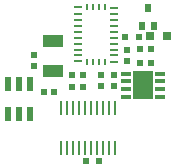
<source format=gtp>
G04*
G04 #@! TF.GenerationSoftware,Altium Limited,Altium Designer,20.0.13 (296)*
G04*
G04 Layer_Color=8421504*
%FSLAX25Y25*%
%MOIN*%
G70*
G01*
G75*
%ADD16R,0.02165X0.02165*%
%ADD17R,0.03347X0.01378*%
%ADD18R,0.06693X0.09646*%
%ADD19R,0.01890X0.02539*%
%ADD20R,0.02362X0.04724*%
%ADD21R,0.07087X0.03937*%
%ADD22R,0.02441X0.02362*%
%ADD23R,0.02362X0.02441*%
%ADD24R,0.00984X0.04724*%
%ADD25R,0.02657X0.00984*%
%ADD26R,0.00984X0.02264*%
%ADD27R,0.02165X0.02165*%
%ADD28R,0.03150X0.03150*%
D16*
X30200Y5500D02*
D03*
X34800D02*
D03*
X35200Y34000D02*
D03*
X39800D02*
D03*
X43295Y46605D02*
D03*
X47895D02*
D03*
X35200Y30500D02*
D03*
X39800D02*
D03*
D17*
X43583Y34559D02*
D03*
Y32000D02*
D03*
Y29441D02*
D03*
Y26882D02*
D03*
X55000D02*
D03*
Y29441D02*
D03*
Y32000D02*
D03*
Y34559D02*
D03*
D18*
X49291Y30720D02*
D03*
D19*
X49031Y50539D02*
D03*
X52969D02*
D03*
X51000Y56461D02*
D03*
D20*
X4260Y30921D02*
D03*
X8000D02*
D03*
X11740D02*
D03*
Y21079D02*
D03*
X8000D02*
D03*
X4260D02*
D03*
D21*
X19500Y45421D02*
D03*
Y35579D02*
D03*
D22*
X13000Y37189D02*
D03*
Y40811D02*
D03*
X44000Y38689D02*
D03*
Y42311D02*
D03*
D23*
X25689Y34000D02*
D03*
X29311D02*
D03*
X16189Y28500D02*
D03*
X19811D02*
D03*
X25689Y30000D02*
D03*
X29311D02*
D03*
D24*
X22142Y9807D02*
D03*
Y23193D02*
D03*
X24110Y9807D02*
D03*
Y23193D02*
D03*
X26079Y9807D02*
D03*
Y23193D02*
D03*
X28047Y9807D02*
D03*
Y23193D02*
D03*
X30016Y9807D02*
D03*
Y23193D02*
D03*
X31984Y9807D02*
D03*
Y23193D02*
D03*
X33953Y9807D02*
D03*
Y23193D02*
D03*
X35921Y9807D02*
D03*
Y23193D02*
D03*
X37890Y9807D02*
D03*
Y23193D02*
D03*
X39858Y9807D02*
D03*
Y23193D02*
D03*
D25*
X27539Y38642D02*
D03*
X39843Y38394D02*
D03*
Y40610D02*
D03*
Y42579D02*
D03*
Y44547D02*
D03*
Y46516D02*
D03*
Y48484D02*
D03*
Y50453D02*
D03*
Y52421D02*
D03*
Y54390D02*
D03*
Y56410D02*
D03*
X27539Y56606D02*
D03*
Y54390D02*
D03*
Y52421D02*
D03*
Y50453D02*
D03*
Y48484D02*
D03*
Y46516D02*
D03*
Y44547D02*
D03*
Y42579D02*
D03*
Y40610D02*
D03*
D26*
X30736Y38394D02*
D03*
X32705D02*
D03*
X34673D02*
D03*
X36642D02*
D03*
Y56606D02*
D03*
X34673D02*
D03*
X32705D02*
D03*
X30736D02*
D03*
D27*
X52000Y42800D02*
D03*
Y38200D02*
D03*
X48500Y42800D02*
D03*
Y38200D02*
D03*
D28*
X57453Y47000D02*
D03*
X51547D02*
D03*
M02*

</source>
